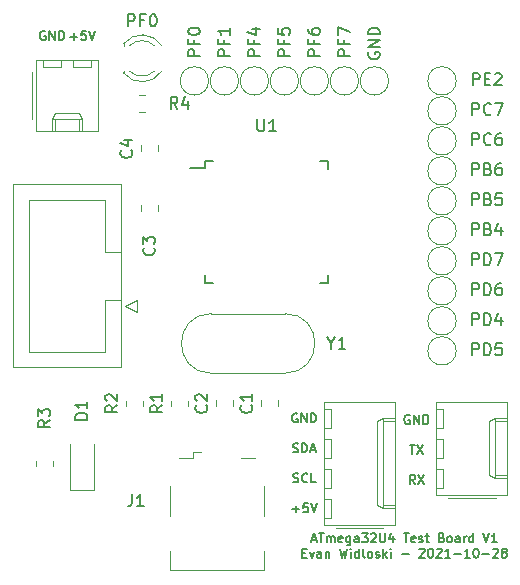
<source format=gbr>
%TF.GenerationSoftware,KiCad,Pcbnew,5.1.10*%
%TF.CreationDate,2021-10-29T02:28:02-05:00*%
%TF.ProjectId,evan_atmega32u4,6576616e-5f61-4746-9d65-676133327534,rev?*%
%TF.SameCoordinates,Original*%
%TF.FileFunction,Legend,Top*%
%TF.FilePolarity,Positive*%
%FSLAX46Y46*%
G04 Gerber Fmt 4.6, Leading zero omitted, Abs format (unit mm)*
G04 Created by KiCad (PCBNEW 5.1.10) date 2021-10-29 02:28:02*
%MOMM*%
%LPD*%
G01*
G04 APERTURE LIST*
%ADD10C,0.150000*%
%ADD11C,0.120000*%
G04 APERTURE END LIST*
D10*
X182662285Y-98540500D02*
X183025142Y-98540500D01*
X182589714Y-98758214D02*
X182843714Y-97996214D01*
X183097714Y-98758214D01*
X183242857Y-97996214D02*
X183678285Y-97996214D01*
X183460571Y-98758214D02*
X183460571Y-97996214D01*
X183932285Y-98758214D02*
X183932285Y-98250214D01*
X183932285Y-98322785D02*
X183968571Y-98286500D01*
X184041142Y-98250214D01*
X184150000Y-98250214D01*
X184222571Y-98286500D01*
X184258857Y-98359071D01*
X184258857Y-98758214D01*
X184258857Y-98359071D02*
X184295142Y-98286500D01*
X184367714Y-98250214D01*
X184476571Y-98250214D01*
X184549142Y-98286500D01*
X184585428Y-98359071D01*
X184585428Y-98758214D01*
X185238571Y-98721928D02*
X185166000Y-98758214D01*
X185020857Y-98758214D01*
X184948285Y-98721928D01*
X184912000Y-98649357D01*
X184912000Y-98359071D01*
X184948285Y-98286500D01*
X185020857Y-98250214D01*
X185166000Y-98250214D01*
X185238571Y-98286500D01*
X185274857Y-98359071D01*
X185274857Y-98431642D01*
X184912000Y-98504214D01*
X185928000Y-98250214D02*
X185928000Y-98867071D01*
X185891714Y-98939642D01*
X185855428Y-98975928D01*
X185782857Y-99012214D01*
X185674000Y-99012214D01*
X185601428Y-98975928D01*
X185928000Y-98721928D02*
X185855428Y-98758214D01*
X185710285Y-98758214D01*
X185637714Y-98721928D01*
X185601428Y-98685642D01*
X185565142Y-98613071D01*
X185565142Y-98395357D01*
X185601428Y-98322785D01*
X185637714Y-98286500D01*
X185710285Y-98250214D01*
X185855428Y-98250214D01*
X185928000Y-98286500D01*
X186617428Y-98758214D02*
X186617428Y-98359071D01*
X186581142Y-98286500D01*
X186508571Y-98250214D01*
X186363428Y-98250214D01*
X186290857Y-98286500D01*
X186617428Y-98721928D02*
X186544857Y-98758214D01*
X186363428Y-98758214D01*
X186290857Y-98721928D01*
X186254571Y-98649357D01*
X186254571Y-98576785D01*
X186290857Y-98504214D01*
X186363428Y-98467928D01*
X186544857Y-98467928D01*
X186617428Y-98431642D01*
X186907714Y-97996214D02*
X187379428Y-97996214D01*
X187125428Y-98286500D01*
X187234285Y-98286500D01*
X187306857Y-98322785D01*
X187343142Y-98359071D01*
X187379428Y-98431642D01*
X187379428Y-98613071D01*
X187343142Y-98685642D01*
X187306857Y-98721928D01*
X187234285Y-98758214D01*
X187016571Y-98758214D01*
X186944000Y-98721928D01*
X186907714Y-98685642D01*
X187669714Y-98068785D02*
X187706000Y-98032500D01*
X187778571Y-97996214D01*
X187960000Y-97996214D01*
X188032571Y-98032500D01*
X188068857Y-98068785D01*
X188105142Y-98141357D01*
X188105142Y-98213928D01*
X188068857Y-98322785D01*
X187633428Y-98758214D01*
X188105142Y-98758214D01*
X188431714Y-97996214D02*
X188431714Y-98613071D01*
X188468000Y-98685642D01*
X188504285Y-98721928D01*
X188576857Y-98758214D01*
X188722000Y-98758214D01*
X188794571Y-98721928D01*
X188830857Y-98685642D01*
X188867142Y-98613071D01*
X188867142Y-97996214D01*
X189556571Y-98250214D02*
X189556571Y-98758214D01*
X189375142Y-97959928D02*
X189193714Y-98504214D01*
X189665428Y-98504214D01*
X190427428Y-97996214D02*
X190862857Y-97996214D01*
X190645142Y-98758214D02*
X190645142Y-97996214D01*
X191407142Y-98721928D02*
X191334571Y-98758214D01*
X191189428Y-98758214D01*
X191116857Y-98721928D01*
X191080571Y-98649357D01*
X191080571Y-98359071D01*
X191116857Y-98286500D01*
X191189428Y-98250214D01*
X191334571Y-98250214D01*
X191407142Y-98286500D01*
X191443428Y-98359071D01*
X191443428Y-98431642D01*
X191080571Y-98504214D01*
X191733714Y-98721928D02*
X191806285Y-98758214D01*
X191951428Y-98758214D01*
X192024000Y-98721928D01*
X192060285Y-98649357D01*
X192060285Y-98613071D01*
X192024000Y-98540500D01*
X191951428Y-98504214D01*
X191842571Y-98504214D01*
X191770000Y-98467928D01*
X191733714Y-98395357D01*
X191733714Y-98359071D01*
X191770000Y-98286500D01*
X191842571Y-98250214D01*
X191951428Y-98250214D01*
X192024000Y-98286500D01*
X192278000Y-98250214D02*
X192568285Y-98250214D01*
X192386857Y-97996214D02*
X192386857Y-98649357D01*
X192423142Y-98721928D01*
X192495714Y-98758214D01*
X192568285Y-98758214D01*
X193656857Y-98359071D02*
X193765714Y-98395357D01*
X193802000Y-98431642D01*
X193838285Y-98504214D01*
X193838285Y-98613071D01*
X193802000Y-98685642D01*
X193765714Y-98721928D01*
X193693142Y-98758214D01*
X193402857Y-98758214D01*
X193402857Y-97996214D01*
X193656857Y-97996214D01*
X193729428Y-98032500D01*
X193765714Y-98068785D01*
X193802000Y-98141357D01*
X193802000Y-98213928D01*
X193765714Y-98286500D01*
X193729428Y-98322785D01*
X193656857Y-98359071D01*
X193402857Y-98359071D01*
X194273714Y-98758214D02*
X194201142Y-98721928D01*
X194164857Y-98685642D01*
X194128571Y-98613071D01*
X194128571Y-98395357D01*
X194164857Y-98322785D01*
X194201142Y-98286500D01*
X194273714Y-98250214D01*
X194382571Y-98250214D01*
X194455142Y-98286500D01*
X194491428Y-98322785D01*
X194527714Y-98395357D01*
X194527714Y-98613071D01*
X194491428Y-98685642D01*
X194455142Y-98721928D01*
X194382571Y-98758214D01*
X194273714Y-98758214D01*
X195180857Y-98758214D02*
X195180857Y-98359071D01*
X195144571Y-98286500D01*
X195072000Y-98250214D01*
X194926857Y-98250214D01*
X194854285Y-98286500D01*
X195180857Y-98721928D02*
X195108285Y-98758214D01*
X194926857Y-98758214D01*
X194854285Y-98721928D01*
X194818000Y-98649357D01*
X194818000Y-98576785D01*
X194854285Y-98504214D01*
X194926857Y-98467928D01*
X195108285Y-98467928D01*
X195180857Y-98431642D01*
X195543714Y-98758214D02*
X195543714Y-98250214D01*
X195543714Y-98395357D02*
X195580000Y-98322785D01*
X195616285Y-98286500D01*
X195688857Y-98250214D01*
X195761428Y-98250214D01*
X196342000Y-98758214D02*
X196342000Y-97996214D01*
X196342000Y-98721928D02*
X196269428Y-98758214D01*
X196124285Y-98758214D01*
X196051714Y-98721928D01*
X196015428Y-98685642D01*
X195979142Y-98613071D01*
X195979142Y-98395357D01*
X196015428Y-98322785D01*
X196051714Y-98286500D01*
X196124285Y-98250214D01*
X196269428Y-98250214D01*
X196342000Y-98286500D01*
X197176571Y-97996214D02*
X197430571Y-98758214D01*
X197684571Y-97996214D01*
X198337714Y-98758214D02*
X197902285Y-98758214D01*
X198120000Y-98758214D02*
X198120000Y-97996214D01*
X198047428Y-98105071D01*
X197974857Y-98177642D01*
X197902285Y-98213928D01*
X181864000Y-99652071D02*
X182118000Y-99652071D01*
X182226857Y-100051214D02*
X181864000Y-100051214D01*
X181864000Y-99289214D01*
X182226857Y-99289214D01*
X182480857Y-99543214D02*
X182662285Y-100051214D01*
X182843714Y-99543214D01*
X183460571Y-100051214D02*
X183460571Y-99652071D01*
X183424285Y-99579500D01*
X183351714Y-99543214D01*
X183206571Y-99543214D01*
X183134000Y-99579500D01*
X183460571Y-100014928D02*
X183388000Y-100051214D01*
X183206571Y-100051214D01*
X183134000Y-100014928D01*
X183097714Y-99942357D01*
X183097714Y-99869785D01*
X183134000Y-99797214D01*
X183206571Y-99760928D01*
X183388000Y-99760928D01*
X183460571Y-99724642D01*
X183823428Y-99543214D02*
X183823428Y-100051214D01*
X183823428Y-99615785D02*
X183859714Y-99579500D01*
X183932285Y-99543214D01*
X184041142Y-99543214D01*
X184113714Y-99579500D01*
X184150000Y-99652071D01*
X184150000Y-100051214D01*
X185020857Y-99289214D02*
X185202285Y-100051214D01*
X185347428Y-99506928D01*
X185492571Y-100051214D01*
X185674000Y-99289214D01*
X185964285Y-100051214D02*
X185964285Y-99543214D01*
X185964285Y-99289214D02*
X185928000Y-99325500D01*
X185964285Y-99361785D01*
X186000571Y-99325500D01*
X185964285Y-99289214D01*
X185964285Y-99361785D01*
X186653714Y-100051214D02*
X186653714Y-99289214D01*
X186653714Y-100014928D02*
X186581142Y-100051214D01*
X186436000Y-100051214D01*
X186363428Y-100014928D01*
X186327142Y-99978642D01*
X186290857Y-99906071D01*
X186290857Y-99688357D01*
X186327142Y-99615785D01*
X186363428Y-99579500D01*
X186436000Y-99543214D01*
X186581142Y-99543214D01*
X186653714Y-99579500D01*
X187125428Y-100051214D02*
X187052857Y-100014928D01*
X187016571Y-99942357D01*
X187016571Y-99289214D01*
X187524571Y-100051214D02*
X187452000Y-100014928D01*
X187415714Y-99978642D01*
X187379428Y-99906071D01*
X187379428Y-99688357D01*
X187415714Y-99615785D01*
X187452000Y-99579500D01*
X187524571Y-99543214D01*
X187633428Y-99543214D01*
X187706000Y-99579500D01*
X187742285Y-99615785D01*
X187778571Y-99688357D01*
X187778571Y-99906071D01*
X187742285Y-99978642D01*
X187706000Y-100014928D01*
X187633428Y-100051214D01*
X187524571Y-100051214D01*
X188068857Y-100014928D02*
X188141428Y-100051214D01*
X188286571Y-100051214D01*
X188359142Y-100014928D01*
X188395428Y-99942357D01*
X188395428Y-99906071D01*
X188359142Y-99833500D01*
X188286571Y-99797214D01*
X188177714Y-99797214D01*
X188105142Y-99760928D01*
X188068857Y-99688357D01*
X188068857Y-99652071D01*
X188105142Y-99579500D01*
X188177714Y-99543214D01*
X188286571Y-99543214D01*
X188359142Y-99579500D01*
X188722000Y-100051214D02*
X188722000Y-99289214D01*
X188794571Y-99760928D02*
X189012285Y-100051214D01*
X189012285Y-99543214D02*
X188722000Y-99833500D01*
X189338857Y-100051214D02*
X189338857Y-99543214D01*
X189338857Y-99289214D02*
X189302571Y-99325500D01*
X189338857Y-99361785D01*
X189375142Y-99325500D01*
X189338857Y-99289214D01*
X189338857Y-99361785D01*
X190282285Y-99760928D02*
X190862857Y-99760928D01*
X191770000Y-99361785D02*
X191806285Y-99325500D01*
X191878857Y-99289214D01*
X192060285Y-99289214D01*
X192132857Y-99325500D01*
X192169142Y-99361785D01*
X192205428Y-99434357D01*
X192205428Y-99506928D01*
X192169142Y-99615785D01*
X191733714Y-100051214D01*
X192205428Y-100051214D01*
X192677142Y-99289214D02*
X192749714Y-99289214D01*
X192822285Y-99325500D01*
X192858571Y-99361785D01*
X192894857Y-99434357D01*
X192931142Y-99579500D01*
X192931142Y-99760928D01*
X192894857Y-99906071D01*
X192858571Y-99978642D01*
X192822285Y-100014928D01*
X192749714Y-100051214D01*
X192677142Y-100051214D01*
X192604571Y-100014928D01*
X192568285Y-99978642D01*
X192532000Y-99906071D01*
X192495714Y-99760928D01*
X192495714Y-99579500D01*
X192532000Y-99434357D01*
X192568285Y-99361785D01*
X192604571Y-99325500D01*
X192677142Y-99289214D01*
X193221428Y-99361785D02*
X193257714Y-99325500D01*
X193330285Y-99289214D01*
X193511714Y-99289214D01*
X193584285Y-99325500D01*
X193620571Y-99361785D01*
X193656857Y-99434357D01*
X193656857Y-99506928D01*
X193620571Y-99615785D01*
X193185142Y-100051214D01*
X193656857Y-100051214D01*
X194382571Y-100051214D02*
X193947142Y-100051214D01*
X194164857Y-100051214D02*
X194164857Y-99289214D01*
X194092285Y-99398071D01*
X194019714Y-99470642D01*
X193947142Y-99506928D01*
X194709142Y-99760928D02*
X195289714Y-99760928D01*
X196051714Y-100051214D02*
X195616285Y-100051214D01*
X195834000Y-100051214D02*
X195834000Y-99289214D01*
X195761428Y-99398071D01*
X195688857Y-99470642D01*
X195616285Y-99506928D01*
X196523428Y-99289214D02*
X196596000Y-99289214D01*
X196668571Y-99325500D01*
X196704857Y-99361785D01*
X196741142Y-99434357D01*
X196777428Y-99579500D01*
X196777428Y-99760928D01*
X196741142Y-99906071D01*
X196704857Y-99978642D01*
X196668571Y-100014928D01*
X196596000Y-100051214D01*
X196523428Y-100051214D01*
X196450857Y-100014928D01*
X196414571Y-99978642D01*
X196378285Y-99906071D01*
X196342000Y-99760928D01*
X196342000Y-99579500D01*
X196378285Y-99434357D01*
X196414571Y-99361785D01*
X196450857Y-99325500D01*
X196523428Y-99289214D01*
X197104000Y-99760928D02*
X197684571Y-99760928D01*
X198011142Y-99361785D02*
X198047428Y-99325500D01*
X198120000Y-99289214D01*
X198301428Y-99289214D01*
X198374000Y-99325500D01*
X198410285Y-99361785D01*
X198446571Y-99434357D01*
X198446571Y-99506928D01*
X198410285Y-99615785D01*
X197974857Y-100051214D01*
X198446571Y-100051214D01*
X198882000Y-99615785D02*
X198809428Y-99579500D01*
X198773142Y-99543214D01*
X198736857Y-99470642D01*
X198736857Y-99434357D01*
X198773142Y-99361785D01*
X198809428Y-99325500D01*
X198882000Y-99289214D01*
X199027142Y-99289214D01*
X199099714Y-99325500D01*
X199136000Y-99361785D01*
X199172285Y-99434357D01*
X199172285Y-99470642D01*
X199136000Y-99543214D01*
X199099714Y-99579500D01*
X199027142Y-99615785D01*
X198882000Y-99615785D01*
X198809428Y-99652071D01*
X198773142Y-99688357D01*
X198736857Y-99760928D01*
X198736857Y-99906071D01*
X198773142Y-99978642D01*
X198809428Y-100014928D01*
X198882000Y-100051214D01*
X199027142Y-100051214D01*
X199099714Y-100014928D01*
X199136000Y-99978642D01*
X199172285Y-99906071D01*
X199172285Y-99760928D01*
X199136000Y-99688357D01*
X199099714Y-99652071D01*
X199027142Y-99615785D01*
D11*
%TO.C,Y1*%
X174140000Y-79390000D02*
G75*
G03*
X174140000Y-84440000I0J-2525000D01*
G01*
X180390000Y-79390000D02*
G75*
G02*
X180390000Y-84440000I0J-2525000D01*
G01*
X180390000Y-84440000D02*
X174140000Y-84440000D01*
X180390000Y-79390000D02*
X174140000Y-79390000D01*
%TO.C,R4*%
X168047936Y-62330000D02*
X168502064Y-62330000D01*
X168047936Y-60860000D02*
X168502064Y-60860000D01*
%TO.C,D2*%
X166715000Y-58865000D02*
X166715000Y-59021000D01*
X166715000Y-56549000D02*
X166715000Y-56705000D01*
X169316130Y-58864837D02*
G75*
G02*
X167234039Y-58865000I-1041130J1079837D01*
G01*
X169316130Y-56705163D02*
G75*
G03*
X167234039Y-56705000I-1041130J-1079837D01*
G01*
X169947335Y-58863608D02*
G75*
G02*
X166715000Y-59020516I-1672335J1078608D01*
G01*
X169947335Y-56706392D02*
G75*
G03*
X166715000Y-56549484I-1672335J-1078608D01*
G01*
%TO.C,PB1*%
X189160000Y-59690000D02*
G75*
G03*
X189160000Y-59690000I-1200000J0D01*
G01*
%TO.C,J5*%
X184260000Y-87465000D02*
X183660000Y-87465000D01*
X184260000Y-89065000D02*
X184260000Y-87465000D01*
X183660000Y-89065000D02*
X184260000Y-89065000D01*
X184260000Y-90005000D02*
X183660000Y-90005000D01*
X184260000Y-91605000D02*
X184260000Y-90005000D01*
X183660000Y-91605000D02*
X184260000Y-91605000D01*
X184260000Y-92545000D02*
X183660000Y-92545000D01*
X184260000Y-94145000D02*
X184260000Y-92545000D01*
X183660000Y-94145000D02*
X184260000Y-94145000D01*
X184260000Y-95085000D02*
X183660000Y-95085000D01*
X184260000Y-96685000D02*
X184260000Y-95085000D01*
X183660000Y-96685000D02*
X184260000Y-96685000D01*
X189680000Y-88515000D02*
X188680000Y-88515000D01*
X189680000Y-95635000D02*
X188680000Y-95635000D01*
X188150000Y-88515000D02*
X188680000Y-88265000D01*
X188150000Y-95635000D02*
X188150000Y-88515000D01*
X188680000Y-95885000D02*
X188150000Y-95635000D01*
X188680000Y-88265000D02*
X189680000Y-88265000D01*
X188680000Y-95885000D02*
X188680000Y-88265000D01*
X189680000Y-95885000D02*
X188680000Y-95885000D01*
X184690000Y-97555000D02*
X188690000Y-97555000D01*
X183660000Y-86885000D02*
X183660000Y-97265000D01*
X189680000Y-86885000D02*
X183660000Y-86885000D01*
X189680000Y-97265000D02*
X189680000Y-86885000D01*
X183660000Y-97265000D02*
X189680000Y-97265000D01*
%TO.C,PF7*%
X186620000Y-59690000D02*
G75*
G03*
X186620000Y-59690000I-1200000J0D01*
G01*
%TO.C,PF6*%
X184080000Y-59690000D02*
G75*
G03*
X184080000Y-59690000I-1200000J0D01*
G01*
%TO.C,PF5*%
X181540000Y-59690000D02*
G75*
G03*
X181540000Y-59690000I-1200000J0D01*
G01*
%TO.C,PF4*%
X179000000Y-59690000D02*
G75*
G03*
X179000000Y-59690000I-1200000J0D01*
G01*
%TO.C,PF1*%
X176460000Y-59690000D02*
G75*
G03*
X176460000Y-59690000I-1200000J0D01*
G01*
%TO.C,PF0*%
X173920000Y-59690000D02*
G75*
G03*
X173920000Y-59690000I-1200000J0D01*
G01*
%TO.C,PE2*%
X194875000Y-59690000D02*
G75*
G03*
X194875000Y-59690000I-1200000J0D01*
G01*
%TO.C,PD7*%
X194875000Y-74930000D02*
G75*
G03*
X194875000Y-74930000I-1200000J0D01*
G01*
%TO.C,PD6*%
X194875000Y-77470000D02*
G75*
G03*
X194875000Y-77470000I-1200000J0D01*
G01*
%TO.C,PD5*%
X194875000Y-82550000D02*
G75*
G03*
X194875000Y-82550000I-1200000J0D01*
G01*
%TO.C,PD4*%
X194875000Y-80010000D02*
G75*
G03*
X194875000Y-80010000I-1200000J0D01*
G01*
%TO.C,PC7*%
X194875000Y-62230000D02*
G75*
G03*
X194875000Y-62230000I-1200000J0D01*
G01*
%TO.C,PC6*%
X194875000Y-64770000D02*
G75*
G03*
X194875000Y-64770000I-1200000J0D01*
G01*
%TO.C,PB6*%
X194875000Y-67310000D02*
G75*
G03*
X194875000Y-67310000I-1200000J0D01*
G01*
%TO.C,PB5*%
X194875000Y-69850000D02*
G75*
G03*
X194875000Y-69850000I-1200000J0D01*
G01*
%TO.C,PB4*%
X194875000Y-72390000D02*
G75*
G03*
X194875000Y-72390000I-1200000J0D01*
G01*
%TO.C,J1*%
X170665000Y-96573000D02*
X170665000Y-93973000D01*
X178585000Y-93973000D02*
X178585000Y-96573000D01*
X171425000Y-91663000D02*
X172575000Y-91663000D01*
X172575000Y-91663000D02*
X172575000Y-91073000D01*
X172575000Y-91073000D02*
X173275000Y-91073000D01*
X176675000Y-91663000D02*
X177825000Y-91663000D01*
X170665000Y-99473000D02*
X170665000Y-101133000D01*
X170665000Y-101133000D02*
X178585000Y-101133000D01*
X178585000Y-101133000D02*
X178585000Y-99473000D01*
D10*
%TO.C,U1*%
X173641000Y-66453000D02*
X173641000Y-67028000D01*
X183991000Y-66453000D02*
X183991000Y-67128000D01*
X183991000Y-76803000D02*
X183991000Y-76128000D01*
X173641000Y-76803000D02*
X173641000Y-76128000D01*
X173641000Y-66453000D02*
X174316000Y-66453000D01*
X173641000Y-76803000D02*
X174316000Y-76803000D01*
X183991000Y-76803000D02*
X183316000Y-76803000D01*
X183991000Y-66453000D02*
X183316000Y-66453000D01*
X173641000Y-67028000D02*
X172366000Y-67028000D01*
D11*
%TO.C,R3*%
X159285000Y-92302064D02*
X159285000Y-91847936D01*
X160755000Y-92302064D02*
X160755000Y-91847936D01*
%TO.C,R2*%
X168375000Y-86767936D02*
X168375000Y-87222064D01*
X166905000Y-86767936D02*
X166905000Y-87222064D01*
%TO.C,R1*%
X172185000Y-86767936D02*
X172185000Y-87222064D01*
X170715000Y-86767936D02*
X170715000Y-87222064D01*
%TO.C,J4*%
X193185000Y-94725000D02*
X199205000Y-94725000D01*
X199205000Y-94725000D02*
X199205000Y-86885000D01*
X199205000Y-86885000D02*
X193185000Y-86885000D01*
X193185000Y-86885000D02*
X193185000Y-94725000D01*
X194215000Y-95015000D02*
X198215000Y-95015000D01*
X199205000Y-93345000D02*
X198205000Y-93345000D01*
X198205000Y-93345000D02*
X198205000Y-88265000D01*
X198205000Y-88265000D02*
X199205000Y-88265000D01*
X198205000Y-93345000D02*
X197675000Y-93095000D01*
X197675000Y-93095000D02*
X197675000Y-88515000D01*
X197675000Y-88515000D02*
X198205000Y-88265000D01*
X199205000Y-93095000D02*
X198205000Y-93095000D01*
X199205000Y-88515000D02*
X198205000Y-88515000D01*
X193185000Y-94145000D02*
X193785000Y-94145000D01*
X193785000Y-94145000D02*
X193785000Y-92545000D01*
X193785000Y-92545000D02*
X193185000Y-92545000D01*
X193185000Y-91605000D02*
X193785000Y-91605000D01*
X193785000Y-91605000D02*
X193785000Y-90005000D01*
X193785000Y-90005000D02*
X193185000Y-90005000D01*
X193185000Y-89065000D02*
X193785000Y-89065000D01*
X193785000Y-89065000D02*
X193785000Y-87465000D01*
X193785000Y-87465000D02*
X193185000Y-87465000D01*
%TO.C,J3*%
X159275000Y-57930000D02*
X159275000Y-63950000D01*
X159275000Y-63950000D02*
X164575000Y-63950000D01*
X164575000Y-63950000D02*
X164575000Y-57930000D01*
X164575000Y-57930000D02*
X159275000Y-57930000D01*
X158985000Y-58960000D02*
X158985000Y-62960000D01*
X160655000Y-63950000D02*
X160655000Y-62950000D01*
X160655000Y-62950000D02*
X163195000Y-62950000D01*
X163195000Y-62950000D02*
X163195000Y-63950000D01*
X160655000Y-62950000D02*
X160905000Y-62420000D01*
X160905000Y-62420000D02*
X162945000Y-62420000D01*
X162945000Y-62420000D02*
X163195000Y-62950000D01*
X160905000Y-63950000D02*
X160905000Y-62950000D01*
X162945000Y-63950000D02*
X162945000Y-62950000D01*
X159855000Y-57930000D02*
X159855000Y-58530000D01*
X159855000Y-58530000D02*
X161455000Y-58530000D01*
X161455000Y-58530000D02*
X161455000Y-57930000D01*
X162395000Y-57930000D02*
X162395000Y-58530000D01*
X162395000Y-58530000D02*
X163995000Y-58530000D01*
X163995000Y-58530000D02*
X163995000Y-57930000D01*
%TO.C,J2*%
X166485000Y-83950000D02*
X157365000Y-83950000D01*
X157365000Y-83950000D02*
X157365000Y-68450000D01*
X157365000Y-68450000D02*
X166485000Y-68450000D01*
X166485000Y-68450000D02*
X166485000Y-83950000D01*
X166485000Y-78250000D02*
X165175000Y-78250000D01*
X165175000Y-78250000D02*
X165175000Y-82650000D01*
X165175000Y-82650000D02*
X158675000Y-82650000D01*
X158675000Y-82650000D02*
X158675000Y-69750000D01*
X158675000Y-69750000D02*
X165175000Y-69750000D01*
X165175000Y-69750000D02*
X165175000Y-74150000D01*
X165175000Y-74150000D02*
X165175000Y-74150000D01*
X165175000Y-74150000D02*
X166485000Y-74150000D01*
X166875000Y-78740000D02*
X167875000Y-79240000D01*
X167875000Y-79240000D02*
X167875000Y-78240000D01*
X167875000Y-78240000D02*
X166875000Y-78740000D01*
%TO.C,D1*%
X162195000Y-94325000D02*
X164195000Y-94325000D01*
X164195000Y-94325000D02*
X164195000Y-90425000D01*
X162195000Y-94325000D02*
X162195000Y-90425000D01*
%TO.C,C4*%
X169645000Y-65143748D02*
X169645000Y-65666252D01*
X168175000Y-65143748D02*
X168175000Y-65666252D01*
%TO.C,C3*%
X168175000Y-70746252D02*
X168175000Y-70223748D01*
X169645000Y-70746252D02*
X169645000Y-70223748D01*
%TO.C,C2*%
X174525000Y-87256252D02*
X174525000Y-86733748D01*
X175995000Y-87256252D02*
X175995000Y-86733748D01*
%TO.C,C1*%
X179805000Y-86733748D02*
X179805000Y-87256252D01*
X178335000Y-86733748D02*
X178335000Y-87256252D01*
%TO.C,Y1*%
D10*
X184308809Y-81891190D02*
X184308809Y-82367380D01*
X183975476Y-81367380D02*
X184308809Y-81891190D01*
X184642142Y-81367380D01*
X185499285Y-82367380D02*
X184927857Y-82367380D01*
X185213571Y-82367380D02*
X185213571Y-81367380D01*
X185118333Y-81510238D01*
X185023095Y-81605476D01*
X184927857Y-81653095D01*
%TO.C,R4*%
X171283333Y-62047380D02*
X170950000Y-61571190D01*
X170711904Y-62047380D02*
X170711904Y-61047380D01*
X171092857Y-61047380D01*
X171188095Y-61095000D01*
X171235714Y-61142619D01*
X171283333Y-61237857D01*
X171283333Y-61380714D01*
X171235714Y-61475952D01*
X171188095Y-61523571D01*
X171092857Y-61571190D01*
X170711904Y-61571190D01*
X172140476Y-61380714D02*
X172140476Y-62047380D01*
X171902380Y-60999761D02*
X171664285Y-61714047D01*
X172283333Y-61714047D01*
%TO.C,D2*%
X167089666Y-55062380D02*
X167089666Y-54062380D01*
X167476714Y-54062380D01*
X167573476Y-54110000D01*
X167621857Y-54157619D01*
X167670238Y-54252857D01*
X167670238Y-54395714D01*
X167621857Y-54490952D01*
X167573476Y-54538571D01*
X167476714Y-54586190D01*
X167089666Y-54586190D01*
X168444333Y-54538571D02*
X168105666Y-54538571D01*
X168105666Y-55062380D02*
X168105666Y-54062380D01*
X168589476Y-54062380D01*
X169170047Y-54062380D02*
X169266809Y-54062380D01*
X169363571Y-54110000D01*
X169411952Y-54157619D01*
X169460333Y-54252857D01*
X169508714Y-54443333D01*
X169508714Y-54681428D01*
X169460333Y-54871904D01*
X169411952Y-54967142D01*
X169363571Y-55014761D01*
X169266809Y-55062380D01*
X169170047Y-55062380D01*
X169073285Y-55014761D01*
X169024904Y-54967142D01*
X168976523Y-54871904D01*
X168928142Y-54681428D01*
X168928142Y-54443333D01*
X168976523Y-54252857D01*
X169024904Y-54157619D01*
X169073285Y-54110000D01*
X169170047Y-54062380D01*
%TO.C,PB1*%
X187460000Y-57276904D02*
X187412380Y-57372142D01*
X187412380Y-57515000D01*
X187460000Y-57657857D01*
X187555238Y-57753095D01*
X187650476Y-57800714D01*
X187840952Y-57848333D01*
X187983809Y-57848333D01*
X188174285Y-57800714D01*
X188269523Y-57753095D01*
X188364761Y-57657857D01*
X188412380Y-57515000D01*
X188412380Y-57419761D01*
X188364761Y-57276904D01*
X188317142Y-57229285D01*
X187983809Y-57229285D01*
X187983809Y-57419761D01*
X188412380Y-56800714D02*
X187412380Y-56800714D01*
X188412380Y-56229285D01*
X187412380Y-56229285D01*
X188412380Y-55753095D02*
X187412380Y-55753095D01*
X187412380Y-55515000D01*
X187460000Y-55372142D01*
X187555238Y-55276904D01*
X187650476Y-55229285D01*
X187840952Y-55181666D01*
X187983809Y-55181666D01*
X188174285Y-55229285D01*
X188269523Y-55276904D01*
X188364761Y-55372142D01*
X188412380Y-55515000D01*
X188412380Y-55753095D01*
%TO.C,J5*%
X181083857Y-93653428D02*
X181192714Y-93689714D01*
X181374142Y-93689714D01*
X181446714Y-93653428D01*
X181483000Y-93617142D01*
X181519285Y-93544571D01*
X181519285Y-93472000D01*
X181483000Y-93399428D01*
X181446714Y-93363142D01*
X181374142Y-93326857D01*
X181229000Y-93290571D01*
X181156428Y-93254285D01*
X181120142Y-93218000D01*
X181083857Y-93145428D01*
X181083857Y-93072857D01*
X181120142Y-93000285D01*
X181156428Y-92964000D01*
X181229000Y-92927714D01*
X181410428Y-92927714D01*
X181519285Y-92964000D01*
X182281285Y-93617142D02*
X182245000Y-93653428D01*
X182136142Y-93689714D01*
X182063571Y-93689714D01*
X181954714Y-93653428D01*
X181882142Y-93580857D01*
X181845857Y-93508285D01*
X181809571Y-93363142D01*
X181809571Y-93254285D01*
X181845857Y-93109142D01*
X181882142Y-93036571D01*
X181954714Y-92964000D01*
X182063571Y-92927714D01*
X182136142Y-92927714D01*
X182245000Y-92964000D01*
X182281285Y-93000285D01*
X182970714Y-93689714D02*
X182607857Y-93689714D01*
X182607857Y-92927714D01*
X181065714Y-91113428D02*
X181174571Y-91149714D01*
X181356000Y-91149714D01*
X181428571Y-91113428D01*
X181464857Y-91077142D01*
X181501142Y-91004571D01*
X181501142Y-90932000D01*
X181464857Y-90859428D01*
X181428571Y-90823142D01*
X181356000Y-90786857D01*
X181210857Y-90750571D01*
X181138285Y-90714285D01*
X181102000Y-90678000D01*
X181065714Y-90605428D01*
X181065714Y-90532857D01*
X181102000Y-90460285D01*
X181138285Y-90424000D01*
X181210857Y-90387714D01*
X181392285Y-90387714D01*
X181501142Y-90424000D01*
X181827714Y-91149714D02*
X181827714Y-90387714D01*
X182009142Y-90387714D01*
X182118000Y-90424000D01*
X182190571Y-90496571D01*
X182226857Y-90569142D01*
X182263142Y-90714285D01*
X182263142Y-90823142D01*
X182226857Y-90968285D01*
X182190571Y-91040857D01*
X182118000Y-91113428D01*
X182009142Y-91149714D01*
X181827714Y-91149714D01*
X182553428Y-90932000D02*
X182916285Y-90932000D01*
X182480857Y-91149714D02*
X182734857Y-90387714D01*
X182988857Y-91149714D01*
X181410428Y-87884000D02*
X181337857Y-87847714D01*
X181229000Y-87847714D01*
X181120142Y-87884000D01*
X181047571Y-87956571D01*
X181011285Y-88029142D01*
X180975000Y-88174285D01*
X180975000Y-88283142D01*
X181011285Y-88428285D01*
X181047571Y-88500857D01*
X181120142Y-88573428D01*
X181229000Y-88609714D01*
X181301571Y-88609714D01*
X181410428Y-88573428D01*
X181446714Y-88537142D01*
X181446714Y-88283142D01*
X181301571Y-88283142D01*
X181773285Y-88609714D02*
X181773285Y-87847714D01*
X182208714Y-88609714D01*
X182208714Y-87847714D01*
X182571571Y-88609714D02*
X182571571Y-87847714D01*
X182753000Y-87847714D01*
X182861857Y-87884000D01*
X182934428Y-87956571D01*
X182970714Y-88029142D01*
X183007000Y-88174285D01*
X183007000Y-88283142D01*
X182970714Y-88428285D01*
X182934428Y-88500857D01*
X182861857Y-88573428D01*
X182753000Y-88609714D01*
X182571571Y-88609714D01*
X181011285Y-95939428D02*
X181591857Y-95939428D01*
X181301571Y-96229714D02*
X181301571Y-95649142D01*
X182317571Y-95467714D02*
X181954714Y-95467714D01*
X181918428Y-95830571D01*
X181954714Y-95794285D01*
X182027285Y-95758000D01*
X182208714Y-95758000D01*
X182281285Y-95794285D01*
X182317571Y-95830571D01*
X182353857Y-95903142D01*
X182353857Y-96084571D01*
X182317571Y-96157142D01*
X182281285Y-96193428D01*
X182208714Y-96229714D01*
X182027285Y-96229714D01*
X181954714Y-96193428D01*
X181918428Y-96157142D01*
X182571571Y-95467714D02*
X182825571Y-96229714D01*
X183079571Y-95467714D01*
%TO.C,PF7*%
X185872380Y-57588666D02*
X184872380Y-57588666D01*
X184872380Y-57207714D01*
X184920000Y-57112476D01*
X184967619Y-57064857D01*
X185062857Y-57017238D01*
X185205714Y-57017238D01*
X185300952Y-57064857D01*
X185348571Y-57112476D01*
X185396190Y-57207714D01*
X185396190Y-57588666D01*
X185348571Y-56255333D02*
X185348571Y-56588666D01*
X185872380Y-56588666D02*
X184872380Y-56588666D01*
X184872380Y-56112476D01*
X184872380Y-55826761D02*
X184872380Y-55160095D01*
X185872380Y-55588666D01*
%TO.C,PF6*%
X183332380Y-57588666D02*
X182332380Y-57588666D01*
X182332380Y-57207714D01*
X182380000Y-57112476D01*
X182427619Y-57064857D01*
X182522857Y-57017238D01*
X182665714Y-57017238D01*
X182760952Y-57064857D01*
X182808571Y-57112476D01*
X182856190Y-57207714D01*
X182856190Y-57588666D01*
X182808571Y-56255333D02*
X182808571Y-56588666D01*
X183332380Y-56588666D02*
X182332380Y-56588666D01*
X182332380Y-56112476D01*
X182332380Y-55302952D02*
X182332380Y-55493428D01*
X182380000Y-55588666D01*
X182427619Y-55636285D01*
X182570476Y-55731523D01*
X182760952Y-55779142D01*
X183141904Y-55779142D01*
X183237142Y-55731523D01*
X183284761Y-55683904D01*
X183332380Y-55588666D01*
X183332380Y-55398190D01*
X183284761Y-55302952D01*
X183237142Y-55255333D01*
X183141904Y-55207714D01*
X182903809Y-55207714D01*
X182808571Y-55255333D01*
X182760952Y-55302952D01*
X182713333Y-55398190D01*
X182713333Y-55588666D01*
X182760952Y-55683904D01*
X182808571Y-55731523D01*
X182903809Y-55779142D01*
%TO.C,PF5*%
X180792380Y-57588666D02*
X179792380Y-57588666D01*
X179792380Y-57207714D01*
X179840000Y-57112476D01*
X179887619Y-57064857D01*
X179982857Y-57017238D01*
X180125714Y-57017238D01*
X180220952Y-57064857D01*
X180268571Y-57112476D01*
X180316190Y-57207714D01*
X180316190Y-57588666D01*
X180268571Y-56255333D02*
X180268571Y-56588666D01*
X180792380Y-56588666D02*
X179792380Y-56588666D01*
X179792380Y-56112476D01*
X179792380Y-55255333D02*
X179792380Y-55731523D01*
X180268571Y-55779142D01*
X180220952Y-55731523D01*
X180173333Y-55636285D01*
X180173333Y-55398190D01*
X180220952Y-55302952D01*
X180268571Y-55255333D01*
X180363809Y-55207714D01*
X180601904Y-55207714D01*
X180697142Y-55255333D01*
X180744761Y-55302952D01*
X180792380Y-55398190D01*
X180792380Y-55636285D01*
X180744761Y-55731523D01*
X180697142Y-55779142D01*
%TO.C,PF4*%
X178252380Y-57588666D02*
X177252380Y-57588666D01*
X177252380Y-57207714D01*
X177300000Y-57112476D01*
X177347619Y-57064857D01*
X177442857Y-57017238D01*
X177585714Y-57017238D01*
X177680952Y-57064857D01*
X177728571Y-57112476D01*
X177776190Y-57207714D01*
X177776190Y-57588666D01*
X177728571Y-56255333D02*
X177728571Y-56588666D01*
X178252380Y-56588666D02*
X177252380Y-56588666D01*
X177252380Y-56112476D01*
X177585714Y-55302952D02*
X178252380Y-55302952D01*
X177204761Y-55541047D02*
X177919047Y-55779142D01*
X177919047Y-55160095D01*
%TO.C,PF1*%
X175712380Y-57588666D02*
X174712380Y-57588666D01*
X174712380Y-57207714D01*
X174760000Y-57112476D01*
X174807619Y-57064857D01*
X174902857Y-57017238D01*
X175045714Y-57017238D01*
X175140952Y-57064857D01*
X175188571Y-57112476D01*
X175236190Y-57207714D01*
X175236190Y-57588666D01*
X175188571Y-56255333D02*
X175188571Y-56588666D01*
X175712380Y-56588666D02*
X174712380Y-56588666D01*
X174712380Y-56112476D01*
X175712380Y-55207714D02*
X175712380Y-55779142D01*
X175712380Y-55493428D02*
X174712380Y-55493428D01*
X174855238Y-55588666D01*
X174950476Y-55683904D01*
X174998095Y-55779142D01*
%TO.C,PF0*%
X173172380Y-57588666D02*
X172172380Y-57588666D01*
X172172380Y-57207714D01*
X172220000Y-57112476D01*
X172267619Y-57064857D01*
X172362857Y-57017238D01*
X172505714Y-57017238D01*
X172600952Y-57064857D01*
X172648571Y-57112476D01*
X172696190Y-57207714D01*
X172696190Y-57588666D01*
X172648571Y-56255333D02*
X172648571Y-56588666D01*
X173172380Y-56588666D02*
X172172380Y-56588666D01*
X172172380Y-56112476D01*
X172172380Y-55541047D02*
X172172380Y-55445809D01*
X172220000Y-55350571D01*
X172267619Y-55302952D01*
X172362857Y-55255333D01*
X172553333Y-55207714D01*
X172791428Y-55207714D01*
X172981904Y-55255333D01*
X173077142Y-55302952D01*
X173124761Y-55350571D01*
X173172380Y-55445809D01*
X173172380Y-55541047D01*
X173124761Y-55636285D01*
X173077142Y-55683904D01*
X172981904Y-55731523D01*
X172791428Y-55779142D01*
X172553333Y-55779142D01*
X172362857Y-55731523D01*
X172267619Y-55683904D01*
X172220000Y-55636285D01*
X172172380Y-55541047D01*
%TO.C,PE2*%
X196294523Y-60049380D02*
X196294523Y-59049380D01*
X196675476Y-59049380D01*
X196770714Y-59097000D01*
X196818333Y-59144619D01*
X196865952Y-59239857D01*
X196865952Y-59382714D01*
X196818333Y-59477952D01*
X196770714Y-59525571D01*
X196675476Y-59573190D01*
X196294523Y-59573190D01*
X197294523Y-59525571D02*
X197627857Y-59525571D01*
X197770714Y-60049380D02*
X197294523Y-60049380D01*
X197294523Y-59049380D01*
X197770714Y-59049380D01*
X198151666Y-59144619D02*
X198199285Y-59097000D01*
X198294523Y-59049380D01*
X198532619Y-59049380D01*
X198627857Y-59097000D01*
X198675476Y-59144619D01*
X198723095Y-59239857D01*
X198723095Y-59335095D01*
X198675476Y-59477952D01*
X198104047Y-60049380D01*
X198723095Y-60049380D01*
%TO.C,PD7*%
X196246904Y-75289380D02*
X196246904Y-74289380D01*
X196627857Y-74289380D01*
X196723095Y-74337000D01*
X196770714Y-74384619D01*
X196818333Y-74479857D01*
X196818333Y-74622714D01*
X196770714Y-74717952D01*
X196723095Y-74765571D01*
X196627857Y-74813190D01*
X196246904Y-74813190D01*
X197246904Y-75289380D02*
X197246904Y-74289380D01*
X197485000Y-74289380D01*
X197627857Y-74337000D01*
X197723095Y-74432238D01*
X197770714Y-74527476D01*
X197818333Y-74717952D01*
X197818333Y-74860809D01*
X197770714Y-75051285D01*
X197723095Y-75146523D01*
X197627857Y-75241761D01*
X197485000Y-75289380D01*
X197246904Y-75289380D01*
X198151666Y-74289380D02*
X198818333Y-74289380D01*
X198389761Y-75289380D01*
%TO.C,PD6*%
X196246904Y-77829380D02*
X196246904Y-76829380D01*
X196627857Y-76829380D01*
X196723095Y-76877000D01*
X196770714Y-76924619D01*
X196818333Y-77019857D01*
X196818333Y-77162714D01*
X196770714Y-77257952D01*
X196723095Y-77305571D01*
X196627857Y-77353190D01*
X196246904Y-77353190D01*
X197246904Y-77829380D02*
X197246904Y-76829380D01*
X197485000Y-76829380D01*
X197627857Y-76877000D01*
X197723095Y-76972238D01*
X197770714Y-77067476D01*
X197818333Y-77257952D01*
X197818333Y-77400809D01*
X197770714Y-77591285D01*
X197723095Y-77686523D01*
X197627857Y-77781761D01*
X197485000Y-77829380D01*
X197246904Y-77829380D01*
X198675476Y-76829380D02*
X198485000Y-76829380D01*
X198389761Y-76877000D01*
X198342142Y-76924619D01*
X198246904Y-77067476D01*
X198199285Y-77257952D01*
X198199285Y-77638904D01*
X198246904Y-77734142D01*
X198294523Y-77781761D01*
X198389761Y-77829380D01*
X198580238Y-77829380D01*
X198675476Y-77781761D01*
X198723095Y-77734142D01*
X198770714Y-77638904D01*
X198770714Y-77400809D01*
X198723095Y-77305571D01*
X198675476Y-77257952D01*
X198580238Y-77210333D01*
X198389761Y-77210333D01*
X198294523Y-77257952D01*
X198246904Y-77305571D01*
X198199285Y-77400809D01*
%TO.C,PD5*%
X196246904Y-82909380D02*
X196246904Y-81909380D01*
X196627857Y-81909380D01*
X196723095Y-81957000D01*
X196770714Y-82004619D01*
X196818333Y-82099857D01*
X196818333Y-82242714D01*
X196770714Y-82337952D01*
X196723095Y-82385571D01*
X196627857Y-82433190D01*
X196246904Y-82433190D01*
X197246904Y-82909380D02*
X197246904Y-81909380D01*
X197485000Y-81909380D01*
X197627857Y-81957000D01*
X197723095Y-82052238D01*
X197770714Y-82147476D01*
X197818333Y-82337952D01*
X197818333Y-82480809D01*
X197770714Y-82671285D01*
X197723095Y-82766523D01*
X197627857Y-82861761D01*
X197485000Y-82909380D01*
X197246904Y-82909380D01*
X198723095Y-81909380D02*
X198246904Y-81909380D01*
X198199285Y-82385571D01*
X198246904Y-82337952D01*
X198342142Y-82290333D01*
X198580238Y-82290333D01*
X198675476Y-82337952D01*
X198723095Y-82385571D01*
X198770714Y-82480809D01*
X198770714Y-82718904D01*
X198723095Y-82814142D01*
X198675476Y-82861761D01*
X198580238Y-82909380D01*
X198342142Y-82909380D01*
X198246904Y-82861761D01*
X198199285Y-82814142D01*
%TO.C,PD4*%
X196246904Y-80369380D02*
X196246904Y-79369380D01*
X196627857Y-79369380D01*
X196723095Y-79417000D01*
X196770714Y-79464619D01*
X196818333Y-79559857D01*
X196818333Y-79702714D01*
X196770714Y-79797952D01*
X196723095Y-79845571D01*
X196627857Y-79893190D01*
X196246904Y-79893190D01*
X197246904Y-80369380D02*
X197246904Y-79369380D01*
X197485000Y-79369380D01*
X197627857Y-79417000D01*
X197723095Y-79512238D01*
X197770714Y-79607476D01*
X197818333Y-79797952D01*
X197818333Y-79940809D01*
X197770714Y-80131285D01*
X197723095Y-80226523D01*
X197627857Y-80321761D01*
X197485000Y-80369380D01*
X197246904Y-80369380D01*
X198675476Y-79702714D02*
X198675476Y-80369380D01*
X198437380Y-79321761D02*
X198199285Y-80036047D01*
X198818333Y-80036047D01*
%TO.C,PC7*%
X196246904Y-62589380D02*
X196246904Y-61589380D01*
X196627857Y-61589380D01*
X196723095Y-61637000D01*
X196770714Y-61684619D01*
X196818333Y-61779857D01*
X196818333Y-61922714D01*
X196770714Y-62017952D01*
X196723095Y-62065571D01*
X196627857Y-62113190D01*
X196246904Y-62113190D01*
X197818333Y-62494142D02*
X197770714Y-62541761D01*
X197627857Y-62589380D01*
X197532619Y-62589380D01*
X197389761Y-62541761D01*
X197294523Y-62446523D01*
X197246904Y-62351285D01*
X197199285Y-62160809D01*
X197199285Y-62017952D01*
X197246904Y-61827476D01*
X197294523Y-61732238D01*
X197389761Y-61637000D01*
X197532619Y-61589380D01*
X197627857Y-61589380D01*
X197770714Y-61637000D01*
X197818333Y-61684619D01*
X198151666Y-61589380D02*
X198818333Y-61589380D01*
X198389761Y-62589380D01*
%TO.C,PC6*%
X196246904Y-65129380D02*
X196246904Y-64129380D01*
X196627857Y-64129380D01*
X196723095Y-64177000D01*
X196770714Y-64224619D01*
X196818333Y-64319857D01*
X196818333Y-64462714D01*
X196770714Y-64557952D01*
X196723095Y-64605571D01*
X196627857Y-64653190D01*
X196246904Y-64653190D01*
X197818333Y-65034142D02*
X197770714Y-65081761D01*
X197627857Y-65129380D01*
X197532619Y-65129380D01*
X197389761Y-65081761D01*
X197294523Y-64986523D01*
X197246904Y-64891285D01*
X197199285Y-64700809D01*
X197199285Y-64557952D01*
X197246904Y-64367476D01*
X197294523Y-64272238D01*
X197389761Y-64177000D01*
X197532619Y-64129380D01*
X197627857Y-64129380D01*
X197770714Y-64177000D01*
X197818333Y-64224619D01*
X198675476Y-64129380D02*
X198485000Y-64129380D01*
X198389761Y-64177000D01*
X198342142Y-64224619D01*
X198246904Y-64367476D01*
X198199285Y-64557952D01*
X198199285Y-64938904D01*
X198246904Y-65034142D01*
X198294523Y-65081761D01*
X198389761Y-65129380D01*
X198580238Y-65129380D01*
X198675476Y-65081761D01*
X198723095Y-65034142D01*
X198770714Y-64938904D01*
X198770714Y-64700809D01*
X198723095Y-64605571D01*
X198675476Y-64557952D01*
X198580238Y-64510333D01*
X198389761Y-64510333D01*
X198294523Y-64557952D01*
X198246904Y-64605571D01*
X198199285Y-64700809D01*
%TO.C,PB6*%
X196246904Y-67669380D02*
X196246904Y-66669380D01*
X196627857Y-66669380D01*
X196723095Y-66717000D01*
X196770714Y-66764619D01*
X196818333Y-66859857D01*
X196818333Y-67002714D01*
X196770714Y-67097952D01*
X196723095Y-67145571D01*
X196627857Y-67193190D01*
X196246904Y-67193190D01*
X197580238Y-67145571D02*
X197723095Y-67193190D01*
X197770714Y-67240809D01*
X197818333Y-67336047D01*
X197818333Y-67478904D01*
X197770714Y-67574142D01*
X197723095Y-67621761D01*
X197627857Y-67669380D01*
X197246904Y-67669380D01*
X197246904Y-66669380D01*
X197580238Y-66669380D01*
X197675476Y-66717000D01*
X197723095Y-66764619D01*
X197770714Y-66859857D01*
X197770714Y-66955095D01*
X197723095Y-67050333D01*
X197675476Y-67097952D01*
X197580238Y-67145571D01*
X197246904Y-67145571D01*
X198675476Y-66669380D02*
X198485000Y-66669380D01*
X198389761Y-66717000D01*
X198342142Y-66764619D01*
X198246904Y-66907476D01*
X198199285Y-67097952D01*
X198199285Y-67478904D01*
X198246904Y-67574142D01*
X198294523Y-67621761D01*
X198389761Y-67669380D01*
X198580238Y-67669380D01*
X198675476Y-67621761D01*
X198723095Y-67574142D01*
X198770714Y-67478904D01*
X198770714Y-67240809D01*
X198723095Y-67145571D01*
X198675476Y-67097952D01*
X198580238Y-67050333D01*
X198389761Y-67050333D01*
X198294523Y-67097952D01*
X198246904Y-67145571D01*
X198199285Y-67240809D01*
%TO.C,PB5*%
X196246904Y-70209380D02*
X196246904Y-69209380D01*
X196627857Y-69209380D01*
X196723095Y-69257000D01*
X196770714Y-69304619D01*
X196818333Y-69399857D01*
X196818333Y-69542714D01*
X196770714Y-69637952D01*
X196723095Y-69685571D01*
X196627857Y-69733190D01*
X196246904Y-69733190D01*
X197580238Y-69685571D02*
X197723095Y-69733190D01*
X197770714Y-69780809D01*
X197818333Y-69876047D01*
X197818333Y-70018904D01*
X197770714Y-70114142D01*
X197723095Y-70161761D01*
X197627857Y-70209380D01*
X197246904Y-70209380D01*
X197246904Y-69209380D01*
X197580238Y-69209380D01*
X197675476Y-69257000D01*
X197723095Y-69304619D01*
X197770714Y-69399857D01*
X197770714Y-69495095D01*
X197723095Y-69590333D01*
X197675476Y-69637952D01*
X197580238Y-69685571D01*
X197246904Y-69685571D01*
X198723095Y-69209380D02*
X198246904Y-69209380D01*
X198199285Y-69685571D01*
X198246904Y-69637952D01*
X198342142Y-69590333D01*
X198580238Y-69590333D01*
X198675476Y-69637952D01*
X198723095Y-69685571D01*
X198770714Y-69780809D01*
X198770714Y-70018904D01*
X198723095Y-70114142D01*
X198675476Y-70161761D01*
X198580238Y-70209380D01*
X198342142Y-70209380D01*
X198246904Y-70161761D01*
X198199285Y-70114142D01*
%TO.C,PB4*%
X196246904Y-72749380D02*
X196246904Y-71749380D01*
X196627857Y-71749380D01*
X196723095Y-71797000D01*
X196770714Y-71844619D01*
X196818333Y-71939857D01*
X196818333Y-72082714D01*
X196770714Y-72177952D01*
X196723095Y-72225571D01*
X196627857Y-72273190D01*
X196246904Y-72273190D01*
X197580238Y-72225571D02*
X197723095Y-72273190D01*
X197770714Y-72320809D01*
X197818333Y-72416047D01*
X197818333Y-72558904D01*
X197770714Y-72654142D01*
X197723095Y-72701761D01*
X197627857Y-72749380D01*
X197246904Y-72749380D01*
X197246904Y-71749380D01*
X197580238Y-71749380D01*
X197675476Y-71797000D01*
X197723095Y-71844619D01*
X197770714Y-71939857D01*
X197770714Y-72035095D01*
X197723095Y-72130333D01*
X197675476Y-72177952D01*
X197580238Y-72225571D01*
X197246904Y-72225571D01*
X198675476Y-72082714D02*
X198675476Y-72749380D01*
X198437380Y-71701761D02*
X198199285Y-72416047D01*
X198818333Y-72416047D01*
%TO.C,J1*%
X167433666Y-94702380D02*
X167433666Y-95416666D01*
X167386047Y-95559523D01*
X167290809Y-95654761D01*
X167147952Y-95702380D01*
X167052714Y-95702380D01*
X168433666Y-95702380D02*
X167862238Y-95702380D01*
X168147952Y-95702380D02*
X168147952Y-94702380D01*
X168052714Y-94845238D01*
X167957476Y-94940476D01*
X167862238Y-94988095D01*
%TO.C,U1*%
X178054095Y-62952380D02*
X178054095Y-63761904D01*
X178101714Y-63857142D01*
X178149333Y-63904761D01*
X178244571Y-63952380D01*
X178435047Y-63952380D01*
X178530285Y-63904761D01*
X178577904Y-63857142D01*
X178625523Y-63761904D01*
X178625523Y-62952380D01*
X179625523Y-63952380D02*
X179054095Y-63952380D01*
X179339809Y-63952380D02*
X179339809Y-62952380D01*
X179244571Y-63095238D01*
X179149333Y-63190476D01*
X179054095Y-63238095D01*
%TO.C,R3*%
X160472380Y-88431666D02*
X159996190Y-88765000D01*
X160472380Y-89003095D02*
X159472380Y-89003095D01*
X159472380Y-88622142D01*
X159520000Y-88526904D01*
X159567619Y-88479285D01*
X159662857Y-88431666D01*
X159805714Y-88431666D01*
X159900952Y-88479285D01*
X159948571Y-88526904D01*
X159996190Y-88622142D01*
X159996190Y-89003095D01*
X159472380Y-88098333D02*
X159472380Y-87479285D01*
X159853333Y-87812619D01*
X159853333Y-87669761D01*
X159900952Y-87574523D01*
X159948571Y-87526904D01*
X160043809Y-87479285D01*
X160281904Y-87479285D01*
X160377142Y-87526904D01*
X160424761Y-87574523D01*
X160472380Y-87669761D01*
X160472380Y-87955476D01*
X160424761Y-88050714D01*
X160377142Y-88098333D01*
%TO.C,R2*%
X166187380Y-87161666D02*
X165711190Y-87495000D01*
X166187380Y-87733095D02*
X165187380Y-87733095D01*
X165187380Y-87352142D01*
X165235000Y-87256904D01*
X165282619Y-87209285D01*
X165377857Y-87161666D01*
X165520714Y-87161666D01*
X165615952Y-87209285D01*
X165663571Y-87256904D01*
X165711190Y-87352142D01*
X165711190Y-87733095D01*
X165282619Y-86780714D02*
X165235000Y-86733095D01*
X165187380Y-86637857D01*
X165187380Y-86399761D01*
X165235000Y-86304523D01*
X165282619Y-86256904D01*
X165377857Y-86209285D01*
X165473095Y-86209285D01*
X165615952Y-86256904D01*
X166187380Y-86828333D01*
X166187380Y-86209285D01*
%TO.C,R1*%
X169997380Y-87161666D02*
X169521190Y-87495000D01*
X169997380Y-87733095D02*
X168997380Y-87733095D01*
X168997380Y-87352142D01*
X169045000Y-87256904D01*
X169092619Y-87209285D01*
X169187857Y-87161666D01*
X169330714Y-87161666D01*
X169425952Y-87209285D01*
X169473571Y-87256904D01*
X169521190Y-87352142D01*
X169521190Y-87733095D01*
X169997380Y-86209285D02*
X169997380Y-86780714D01*
X169997380Y-86495000D02*
X168997380Y-86495000D01*
X169140238Y-86590238D01*
X169235476Y-86685476D01*
X169283095Y-86780714D01*
%TO.C,J4*%
X190935428Y-88011000D02*
X190862857Y-87974714D01*
X190754000Y-87974714D01*
X190645142Y-88011000D01*
X190572571Y-88083571D01*
X190536285Y-88156142D01*
X190500000Y-88301285D01*
X190500000Y-88410142D01*
X190536285Y-88555285D01*
X190572571Y-88627857D01*
X190645142Y-88700428D01*
X190754000Y-88736714D01*
X190826571Y-88736714D01*
X190935428Y-88700428D01*
X190971714Y-88664142D01*
X190971714Y-88410142D01*
X190826571Y-88410142D01*
X191298285Y-88736714D02*
X191298285Y-87974714D01*
X191733714Y-88736714D01*
X191733714Y-87974714D01*
X192096571Y-88736714D02*
X192096571Y-87974714D01*
X192278000Y-87974714D01*
X192386857Y-88011000D01*
X192459428Y-88083571D01*
X192495714Y-88156142D01*
X192532000Y-88301285D01*
X192532000Y-88410142D01*
X192495714Y-88555285D01*
X192459428Y-88627857D01*
X192386857Y-88700428D01*
X192278000Y-88736714D01*
X192096571Y-88736714D01*
X190935428Y-90514714D02*
X191370857Y-90514714D01*
X191153142Y-91276714D02*
X191153142Y-90514714D01*
X191552285Y-90514714D02*
X192060285Y-91276714D01*
X192060285Y-90514714D02*
X191552285Y-91276714D01*
X191389000Y-93816714D02*
X191135000Y-93453857D01*
X190953571Y-93816714D02*
X190953571Y-93054714D01*
X191243857Y-93054714D01*
X191316428Y-93091000D01*
X191352714Y-93127285D01*
X191389000Y-93199857D01*
X191389000Y-93308714D01*
X191352714Y-93381285D01*
X191316428Y-93417571D01*
X191243857Y-93453857D01*
X190953571Y-93453857D01*
X191643000Y-93054714D02*
X192151000Y-93816714D01*
X192151000Y-93054714D02*
X191643000Y-93816714D01*
%TO.C,J3*%
X160074428Y-55499000D02*
X160001857Y-55462714D01*
X159893000Y-55462714D01*
X159784142Y-55499000D01*
X159711571Y-55571571D01*
X159675285Y-55644142D01*
X159639000Y-55789285D01*
X159639000Y-55898142D01*
X159675285Y-56043285D01*
X159711571Y-56115857D01*
X159784142Y-56188428D01*
X159893000Y-56224714D01*
X159965571Y-56224714D01*
X160074428Y-56188428D01*
X160110714Y-56152142D01*
X160110714Y-55898142D01*
X159965571Y-55898142D01*
X160437285Y-56224714D02*
X160437285Y-55462714D01*
X160872714Y-56224714D01*
X160872714Y-55462714D01*
X161235571Y-56224714D02*
X161235571Y-55462714D01*
X161417000Y-55462714D01*
X161525857Y-55499000D01*
X161598428Y-55571571D01*
X161634714Y-55644142D01*
X161671000Y-55789285D01*
X161671000Y-55898142D01*
X161634714Y-56043285D01*
X161598428Y-56115857D01*
X161525857Y-56188428D01*
X161417000Y-56224714D01*
X161235571Y-56224714D01*
X162215285Y-55934428D02*
X162795857Y-55934428D01*
X162505571Y-56224714D02*
X162505571Y-55644142D01*
X163521571Y-55462714D02*
X163158714Y-55462714D01*
X163122428Y-55825571D01*
X163158714Y-55789285D01*
X163231285Y-55753000D01*
X163412714Y-55753000D01*
X163485285Y-55789285D01*
X163521571Y-55825571D01*
X163557857Y-55898142D01*
X163557857Y-56079571D01*
X163521571Y-56152142D01*
X163485285Y-56188428D01*
X163412714Y-56224714D01*
X163231285Y-56224714D01*
X163158714Y-56188428D01*
X163122428Y-56152142D01*
X163775571Y-55462714D02*
X164029571Y-56224714D01*
X164283571Y-55462714D01*
%TO.C,D1*%
X163647380Y-88368095D02*
X162647380Y-88368095D01*
X162647380Y-88130000D01*
X162695000Y-87987142D01*
X162790238Y-87891904D01*
X162885476Y-87844285D01*
X163075952Y-87796666D01*
X163218809Y-87796666D01*
X163409285Y-87844285D01*
X163504523Y-87891904D01*
X163599761Y-87987142D01*
X163647380Y-88130000D01*
X163647380Y-88368095D01*
X163647380Y-86844285D02*
X163647380Y-87415714D01*
X163647380Y-87130000D02*
X162647380Y-87130000D01*
X162790238Y-87225238D01*
X162885476Y-87320476D01*
X162933095Y-87415714D01*
%TO.C,C4*%
X167362142Y-65571666D02*
X167409761Y-65619285D01*
X167457380Y-65762142D01*
X167457380Y-65857380D01*
X167409761Y-66000238D01*
X167314523Y-66095476D01*
X167219285Y-66143095D01*
X167028809Y-66190714D01*
X166885952Y-66190714D01*
X166695476Y-66143095D01*
X166600238Y-66095476D01*
X166505000Y-66000238D01*
X166457380Y-65857380D01*
X166457380Y-65762142D01*
X166505000Y-65619285D01*
X166552619Y-65571666D01*
X166790714Y-64714523D02*
X167457380Y-64714523D01*
X166409761Y-64952619D02*
X167124047Y-65190714D01*
X167124047Y-64571666D01*
%TO.C,C3*%
X169267142Y-73826666D02*
X169314761Y-73874285D01*
X169362380Y-74017142D01*
X169362380Y-74112380D01*
X169314761Y-74255238D01*
X169219523Y-74350476D01*
X169124285Y-74398095D01*
X168933809Y-74445714D01*
X168790952Y-74445714D01*
X168600476Y-74398095D01*
X168505238Y-74350476D01*
X168410000Y-74255238D01*
X168362380Y-74112380D01*
X168362380Y-74017142D01*
X168410000Y-73874285D01*
X168457619Y-73826666D01*
X168362380Y-73493333D02*
X168362380Y-72874285D01*
X168743333Y-73207619D01*
X168743333Y-73064761D01*
X168790952Y-72969523D01*
X168838571Y-72921904D01*
X168933809Y-72874285D01*
X169171904Y-72874285D01*
X169267142Y-72921904D01*
X169314761Y-72969523D01*
X169362380Y-73064761D01*
X169362380Y-73350476D01*
X169314761Y-73445714D01*
X169267142Y-73493333D01*
%TO.C,C2*%
X173712142Y-87161666D02*
X173759761Y-87209285D01*
X173807380Y-87352142D01*
X173807380Y-87447380D01*
X173759761Y-87590238D01*
X173664523Y-87685476D01*
X173569285Y-87733095D01*
X173378809Y-87780714D01*
X173235952Y-87780714D01*
X173045476Y-87733095D01*
X172950238Y-87685476D01*
X172855000Y-87590238D01*
X172807380Y-87447380D01*
X172807380Y-87352142D01*
X172855000Y-87209285D01*
X172902619Y-87161666D01*
X172902619Y-86780714D02*
X172855000Y-86733095D01*
X172807380Y-86637857D01*
X172807380Y-86399761D01*
X172855000Y-86304523D01*
X172902619Y-86256904D01*
X172997857Y-86209285D01*
X173093095Y-86209285D01*
X173235952Y-86256904D01*
X173807380Y-86828333D01*
X173807380Y-86209285D01*
%TO.C,C1*%
X177522142Y-87161666D02*
X177569761Y-87209285D01*
X177617380Y-87352142D01*
X177617380Y-87447380D01*
X177569761Y-87590238D01*
X177474523Y-87685476D01*
X177379285Y-87733095D01*
X177188809Y-87780714D01*
X177045952Y-87780714D01*
X176855476Y-87733095D01*
X176760238Y-87685476D01*
X176665000Y-87590238D01*
X176617380Y-87447380D01*
X176617380Y-87352142D01*
X176665000Y-87209285D01*
X176712619Y-87161666D01*
X177617380Y-86209285D02*
X177617380Y-86780714D01*
X177617380Y-86495000D02*
X176617380Y-86495000D01*
X176760238Y-86590238D01*
X176855476Y-86685476D01*
X176903095Y-86780714D01*
%TD*%
M02*

</source>
